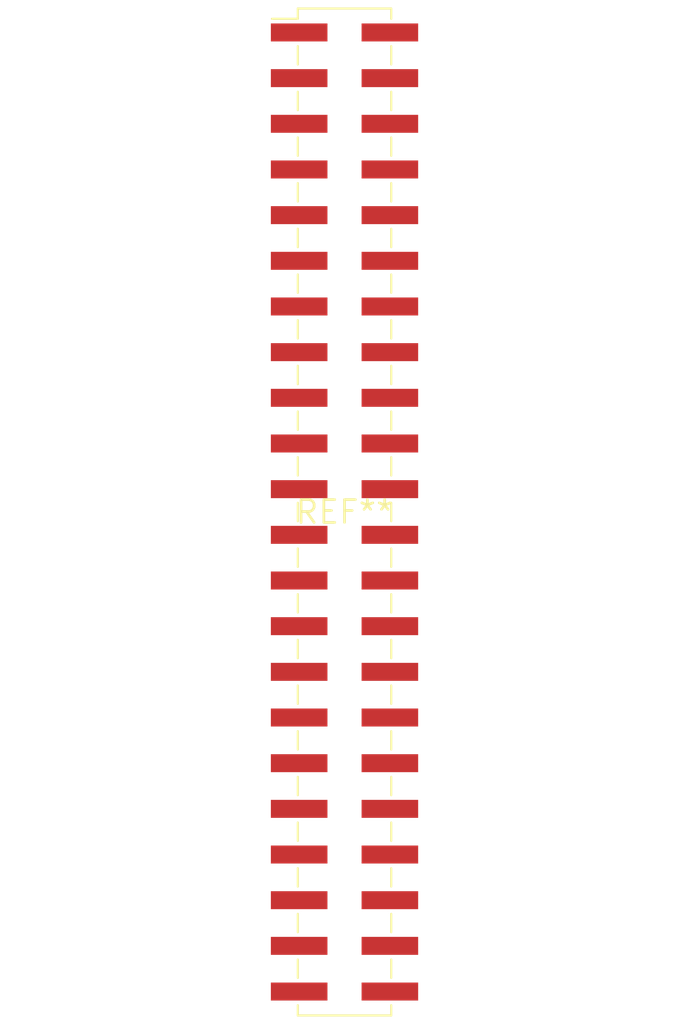
<source format=kicad_pcb>
(kicad_pcb (version 20240108) (generator pcbnew)
  (layers (0 "F.Cu" signal) (31 "B.Cu" signal) (34 "B.Paste" user) (35 "F.Paste" user) (36 "B.SilkS" user "B.Silkscreen") (37 "F.SilkS" user "F.Silkscreen") (38 "B.Mask" user) (39 "F.Mask" user) (44 "Edge.Cuts" user))
  (net 0 "")
  (footprint "PinHeader_2x22_P2.54mm_Vertical_SMD" (layer "F.Cu") (at 0 0)
    (property "Reference" "REF**")
    (property "Value" "PinHeader_2x22_P2.54mm_Vertical_SMD")
    (fp_line (start -4.04 -27.43) (end -2.6 -27.43) (layer "F.SilkS") (stroke (width 0.12)))
    (fp_line (start -2.6 -28) (end -2.6 -27.43) (layer "F.SilkS") (stroke (width 0.12)))
    (fp_line (start -2.6 -28) (end 2.6 -28) (layer "F.SilkS") (stroke (width 0.12)))
    (fp_line (start -2.6 -25.91) (end -2.6 -24.89) (layer "F.SilkS") (stroke (width 0.12)))
    (fp_line (start -2.6 -23.37) (end -2.6 -22.35) (layer "F.SilkS") (stroke (width 0.12)))
    (fp_line (start -2.6 -20.83) (end -2.6 -19.81) (layer "F.SilkS") (stroke (width 0.12)))
    (fp_line (start -2.6 -18.29) (end -2.6 -17.27) (layer "F.SilkS") (stroke (width 0.12)))
    (fp_line (start -2.6 -15.75) (end -2.6 -14.73) (layer "F.SilkS") (stroke (width 0.12)))
    (fp_line (start -2.6 -13.21) (end -2.6 -12.19) (layer "F.SilkS") (stroke (width 0.12)))
    (fp_line (start -2.6 -10.67) (end -2.6 -9.65) (layer "F.SilkS") (stroke (width 0.12)))
    (fp_line (start -2.6 -8.13) (end -2.6 -7.11) (layer "F.SilkS") (stroke (width 0.12)))
    (fp_line (start -2.6 -5.59) (end -2.6 -4.57) (layer "F.SilkS") (stroke (width 0.12)))
    (fp_line (start -2.6 -3.05) (end -2.6 -2.03) (layer "F.SilkS") (stroke (width 0.12)))
    (fp_line (start -2.6 -0.51) (end -2.6 0.51) (layer "F.SilkS") (stroke (width 0.12)))
    (fp_line (start -2.6 2.03) (end -2.6 3.05) (layer "F.SilkS") (stroke (width 0.12)))
    (fp_line (start -2.6 4.57) (end -2.6 5.59) (layer "F.SilkS") (stroke (width 0.12)))
    (fp_line (start -2.6 7.11) (end -2.6 8.13) (layer "F.SilkS") (stroke (width 0.12)))
    (fp_line (start -2.6 9.65) (end -2.6 10.67) (layer "F.SilkS") (stroke (width 0.12)))
    (fp_line (start -2.6 12.19) (end -2.6 13.21) (layer "F.SilkS") (stroke (width 0.12)))
    (fp_line (start -2.6 14.73) (end -2.6 15.75) (layer "F.SilkS") (stroke (width 0.12)))
    (fp_line (start -2.6 17.27) (end -2.6 18.29) (layer "F.SilkS") (stroke (width 0.12)))
    (fp_line (start -2.6 19.81) (end -2.6 20.83) (layer "F.SilkS") (stroke (width 0.12)))
    (fp_line (start -2.6 22.35) (end -2.6 23.37) (layer "F.SilkS") (stroke (width 0.12)))
    (fp_line (start -2.6 24.89) (end -2.6 25.91) (layer "F.SilkS") (stroke (width 0.12)))
    (fp_line (start -2.6 27.43) (end -2.6 28) (layer "F.SilkS") (stroke (width 0.12)))
    (fp_line (start -2.6 28) (end 2.6 28) (layer "F.SilkS") (stroke (width 0.12)))
    (fp_line (start 2.6 -28) (end 2.6 -27.43) (layer "F.SilkS") (stroke (width 0.12)))
    (fp_line (start 2.6 -25.91) (end 2.6 -24.89) (layer "F.SilkS") (stroke (width 0.12)))
    (fp_line (start 2.6 -23.37) (end 2.6 -22.35) (layer "F.SilkS") (stroke (width 0.12)))
    (fp_line (start 2.6 -20.83) (end 2.6 -19.81) (layer "F.SilkS") (stroke (width 0.12)))
    (fp_line (start 2.6 -18.29) (end 2.6 -17.27) (layer "F.SilkS") (stroke (width 0.12)))
    (fp_line (start 2.6 -15.75) (end 2.6 -14.73) (layer "F.SilkS") (stroke (width 0.12)))
    (fp_line (start 2.6 -13.21) (end 2.6 -12.19) (layer "F.SilkS") (stroke (width 0.12)))
    (fp_line (start 2.6 -10.67) (end 2.6 -9.65) (layer "F.SilkS") (stroke (width 0.12)))
    (fp_line (start 2.6 -8.13) (end 2.6 -7.11) (layer "F.SilkS") (stroke (width 0.12)))
    (fp_line (start 2.6 -5.59) (end 2.6 -4.57) (layer "F.SilkS") (stroke (width 0.12)))
    (fp_line (start 2.6 -3.05) (end 2.6 -2.03) (layer "F.SilkS") (stroke (width 0.12)))
    (fp_line (start 2.6 -0.51) (end 2.6 0.51) (layer "F.SilkS") (stroke (width 0.12)))
    (fp_line (start 2.6 2.03) (end 2.6 3.05) (layer "F.SilkS") (stroke (width 0.12)))
    (fp_line (start 2.6 4.57) (end 2.6 5.59) (layer "F.SilkS") (stroke (width 0.12)))
    (fp_line (start 2.6 7.11) (end 2.6 8.13) (layer "F.SilkS") (stroke (width 0.12)))
    (fp_line (start 2.6 9.65) (end 2.6 10.67) (layer "F.SilkS") (stroke (width 0.12)))
    (fp_line (start 2.6 12.19) (end 2.6 13.21) (layer "F.SilkS") (stroke (width 0.12)))
    (fp_line (start 2.6 14.73) (end 2.6 15.75) (layer "F.SilkS") (stroke (width 0.12)))
    (fp_line (start 2.6 17.27) (end 2.6 18.29) (layer "F.SilkS") (stroke (width 0.12)))
    (fp_line (start 2.6 19.81) (end 2.6 20.83) (layer "F.SilkS") (stroke (width 0.12)))
    (fp_line (start 2.6 22.35) (end 2.6 23.37) (layer "F.SilkS") (stroke (width 0.12)))
    (fp_line (start 2.6 24.89) (end 2.6 25.91) (layer "F.SilkS") (stroke (width 0.12)))
    (fp_line (start 2.6 27.43) (end 2.6 28) (layer "F.SilkS") (stroke (width 0.12)))
    (pad "1" smd rect (at -2.525 -26.67) (size 3.15 1) (layers "F.Cu" "F.Paste" "F.Mask"))
    (pad "2" smd rect (at 2.525 -26.67) (size 3.15 1) (layers "F.Cu" "F.Paste" "F.Mask"))
    (pad "3" smd rect (at -2.525 -24.13) (size 3.15 1) (layers "F.Cu" "F.Paste" "F.Mask"))
    (pad "4" smd rect (at 2.525 -24.13) (size 3.15 1) (layers "F.Cu" "F.Paste" "F.Mask"))
    (pad "5" smd rect (at -2.525 -21.59) (size 3.15 1) (layers "F.Cu" "F.Paste" "F.Mask"))
    (pad "6" smd rect (at 2.525 -21.59) (size 3.15 1) (layers "F.Cu" "F.Paste" "F.Mask"))
    (pad "7" smd rect (at -2.525 -19.05) (size 3.15 1) (layers "F.Cu" "F.Paste" "F.Mask"))
    (pad "8" smd rect (at 2.525 -19.05) (size 3.15 1) (layers "F.Cu" "F.Paste" "F.Mask"))
    (pad "9" smd rect (at -2.525 -16.51) (size 3.15 1) (layers "F.Cu" "F.Paste" "F.Mask"))
    (pad "10" smd rect (at 2.525 -16.51) (size 3.15 1) (layers "F.Cu" "F.Paste" "F.Mask"))
    (pad "11" smd rect (at -2.525 -13.97) (size 3.15 1) (layers "F.Cu" "F.Paste" "F.Mask"))
    (pad "12" smd rect (at 2.525 -13.97) (size 3.15 1) (layers "F.Cu" "F.Paste" "F.Mask"))
    (pad "13" smd rect (at -2.525 -11.43) (size 3.15 1) (layers "F.Cu" "F.Paste" "F.Mask"))
    (pad "14" smd rect (at 2.525 -11.43) (size 3.15 1) (layers "F.Cu" "F.Paste" "F.Mask"))
    (pad "15" smd rect (at -2.525 -8.89) (size 3.15 1) (layers "F.Cu" "F.Paste" "F.Mask"))
    (pad "16" smd rect (at 2.525 -8.89) (size 3.15 1) (layers "F.Cu" "F.Paste" "F.Mask"))
    (pad "17" smd rect (at -2.525 -6.35) (size 3.15 1) (layers "F.Cu" "F.Paste" "F.Mask"))
    (pad "18" smd rect (at 2.525 -6.35) (size 3.15 1) (layers "F.Cu" "F.Paste" "F.Mask"))
    (pad "19" smd rect (at -2.525 -3.81) (size 3.15 1) (layers "F.Cu" "F.Paste" "F.Mask"))
    (pad "20" smd rect (at 2.525 -3.81) (size 3.15 1) (layers "F.Cu" "F.Paste" "F.Mask"))
    (pad "21" smd rect (at -2.525 -1.27) (size 3.15 1) (layers "F.Cu" "F.Paste" "F.Mask"))
    (pad "22" smd rect (at 2.525 -1.27) (size 3.15 1) (layers "F.Cu" "F.Paste" "F.Mask"))
    (pad "23" smd rect (at -2.525 1.27) (size 3.15 1) (layers "F.Cu" "F.Paste" "F.Mask"))
    (pad "24" smd rect (at 2.525 1.27) (size 3.15 1) (layers "F.Cu" "F.Paste" "F.Mask"))
    (pad "25" smd rect (at -2.525 3.81) (size 3.15 1) (layers "F.Cu" "F.Paste" "F.Mask"))
    (pad "26" smd rect (at 2.525 3.81) (size 3.15 1) (layers "F.Cu" "F.Paste" "F.Mask"))
    (pad "27" smd rect (at -2.525 6.35) (size 3.15 1) (layers "F.Cu" "F.Paste" "F.Mask"))
    (pad "28" smd rect (at 2.525 6.35) (size 3.15 1) (layers "F.Cu" "F.Paste" "F.Mask"))
    (pad "29" smd rect (at -2.525 8.89) (size 3.15 1) (layers "F.Cu" "F.Paste" "F.Mask"))
    (pad "30" smd rect (at 2.525 8.89) (size 3.15 1) (layers "F.Cu" "F.Paste" "F.Mask"))
    (pad "31" smd rect (at -2.525 11.43) (size 3.15 1) (layers "F.Cu" "F.Paste" "F.Mask"))
    (pad "32" smd rect (at 2.525 11.43) (size 3.15 1) (layers "F.Cu" "F.Paste" "F.Mask"))
    (pad "33" smd rect (at -2.525 13.97) (size 3.15 1) (layers "F.Cu" "F.Paste" "F.Mask"))
    (pad "34" smd rect (at 2.525 13.97) (size 3.15 1) (layers "F.Cu" "F.Paste" "F.Mask"))
    (pad "35" smd rect (at -2.525 16.51) (size 3.15 1) (layers "F.Cu" "F.Paste" "F.Mask"))
    (pad "36" smd rect (at 2.525 16.51) (size 3.15 1) (layers "F.Cu" "F.Paste" "F.Mask"))
    (pad "37" smd rect (at -2.525 19.05) (size 3.15 1) (layers "F.Cu" "F.Paste" "F.Mask"))
    (pad "38" smd rect (at 2.525 19.05) (size 3.15 1) (layers "F.Cu" "F.Paste" "F.Mask"))
    (pad "39" smd rect (at -2.525 21.59) (size 3.15 1) (layers "F.Cu" "F.Paste" "F.Mask"))
    (pad "40" smd rect (at 2.525 21.59) (size 3.15 1) (layers "F.Cu" "F.Paste" "F.Mask"))
    (pad "41" smd rect (at -2.525 24.13) (size 3.15 1) (layers "F.Cu" "F.Paste" "F.Mask"))
    (pad "42" smd rect (at 2.525 24.13) (size 3.15 1) (layers "F.Cu" "F.Paste" "F.Mask"))
    (pad "43" smd rect (at -2.525 26.67) (size 3.15 1) (layers "F.Cu" "F.Paste" "F.Mask"))
    (pad "44" smd rect (at 2.525 26.67) (size 3.15 1) (layers "F.Cu" "F.Paste" "F.Mask"))
  )
)
</source>
